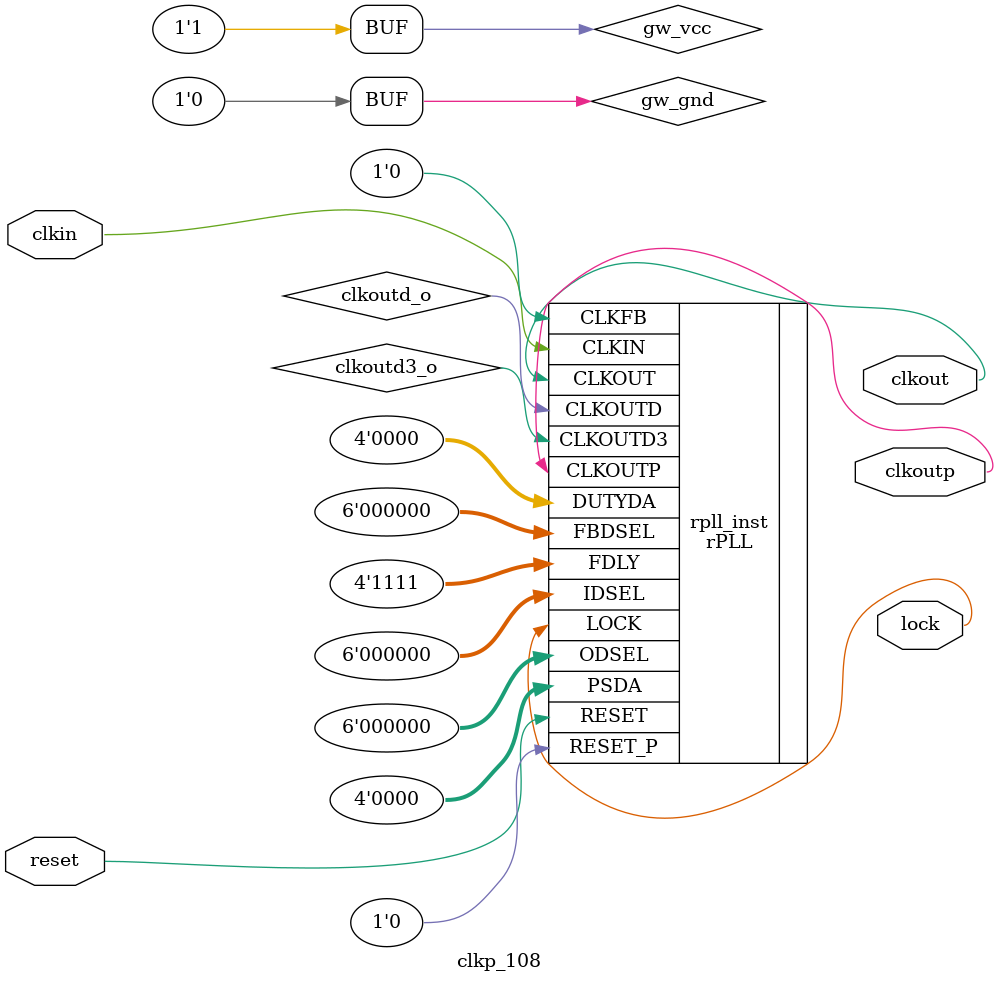
<source format=v>

module clkp_108 (clkout, lock, clkoutp, reset, clkin);

output clkout;
output lock;
output clkoutp;
input reset;
input clkin;

wire clkoutd_o;
wire clkoutd3_o;
wire gw_vcc;
wire gw_gnd;

assign gw_vcc = 1'b1;
assign gw_gnd = 1'b0;

rPLL rpll_inst (
    .CLKOUT(clkout),
    .LOCK(lock),
    .CLKOUTP(clkoutp),
    .CLKOUTD(clkoutd_o),
    .CLKOUTD3(clkoutd3_o),
    .RESET(reset),
    .RESET_P(gw_gnd),
    .CLKIN(clkin),
    .CLKFB(gw_gnd),
    .FBDSEL({gw_gnd,gw_gnd,gw_gnd,gw_gnd,gw_gnd,gw_gnd}),
    .IDSEL({gw_gnd,gw_gnd,gw_gnd,gw_gnd,gw_gnd,gw_gnd}),
    .ODSEL({gw_gnd,gw_gnd,gw_gnd,gw_gnd,gw_gnd,gw_gnd}),
    .PSDA({gw_gnd,gw_gnd,gw_gnd,gw_gnd}),
    .DUTYDA({gw_gnd,gw_gnd,gw_gnd,gw_gnd}),
    .FDLY({gw_vcc,gw_vcc,gw_vcc,gw_vcc})
);

defparam rpll_inst.FCLKIN = "27";
defparam rpll_inst.DYN_IDIV_SEL = "false";
defparam rpll_inst.IDIV_SEL = 0;
defparam rpll_inst.DYN_FBDIV_SEL = "false";
defparam rpll_inst.FBDIV_SEL = 3;
defparam rpll_inst.DYN_ODIV_SEL = "false";
defparam rpll_inst.ODIV_SEL = 8;
defparam rpll_inst.PSDA_SEL = "1000";
defparam rpll_inst.DYN_DA_EN = "false";
defparam rpll_inst.DUTYDA_SEL = "1000";
defparam rpll_inst.CLKOUT_FT_DIR = 1'b1;
defparam rpll_inst.CLKOUTP_FT_DIR = 1'b1;
defparam rpll_inst.CLKOUT_DLY_STEP = 0;
defparam rpll_inst.CLKOUTP_DLY_STEP = 0;
defparam rpll_inst.CLKFB_SEL = "internal";
defparam rpll_inst.CLKOUT_BYPASS = "false";
defparam rpll_inst.CLKOUTP_BYPASS = "false";
defparam rpll_inst.CLKOUTD_BYPASS = "false";
defparam rpll_inst.DYN_SDIV_SEL = 2;
defparam rpll_inst.CLKOUTD_SRC = "CLKOUT";
defparam rpll_inst.CLKOUTD3_SRC = "CLKOUT";
defparam rpll_inst.DEVICE = "GW2AR-18C";

endmodule //clkp_108

</source>
